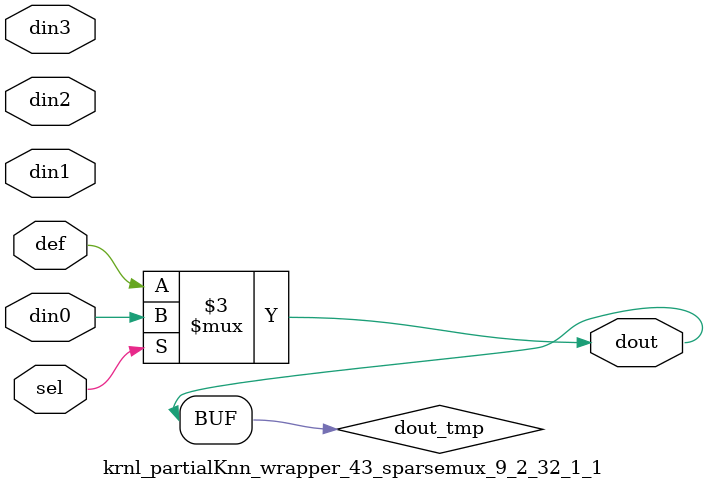
<source format=v>
`timescale 1 ns / 1 ps
module krnl_partialKnn_wrapper_43_sparsemux_9_2_32_1_1 (din0,din1,din2,din3,def,sel,dout);
parameter din0_WIDTH = 1;
parameter din1_WIDTH = 1;
parameter din2_WIDTH = 1;
parameter din3_WIDTH = 1;
parameter def_WIDTH = 1;
parameter sel_WIDTH = 1;
parameter dout_WIDTH = 1;
parameter [sel_WIDTH-1:0] CASE0 = 1;
parameter [sel_WIDTH-1:0] CASE1 = 1;
parameter [sel_WIDTH-1:0] CASE2 = 1;
parameter [sel_WIDTH-1:0] CASE3 = 1;
parameter ID = 1;
parameter NUM_STAGE = 1;
input [din0_WIDTH-1:0] din0;
input [din1_WIDTH-1:0] din1;
input [din2_WIDTH-1:0] din2;
input [din3_WIDTH-1:0] din3;
input [def_WIDTH-1:0] def;
input [sel_WIDTH-1:0] sel;
output [dout_WIDTH-1:0] dout;
reg [dout_WIDTH-1:0] dout_tmp;
always @ (*) begin
case (sel)
    
    CASE0 : dout_tmp = din0;
    
    CASE1 : dout_tmp = din1;
    
    CASE2 : dout_tmp = din2;
    
    CASE3 : dout_tmp = din3;
    
    default : dout_tmp = def;
endcase
end
assign dout = dout_tmp;
endmodule
</source>
